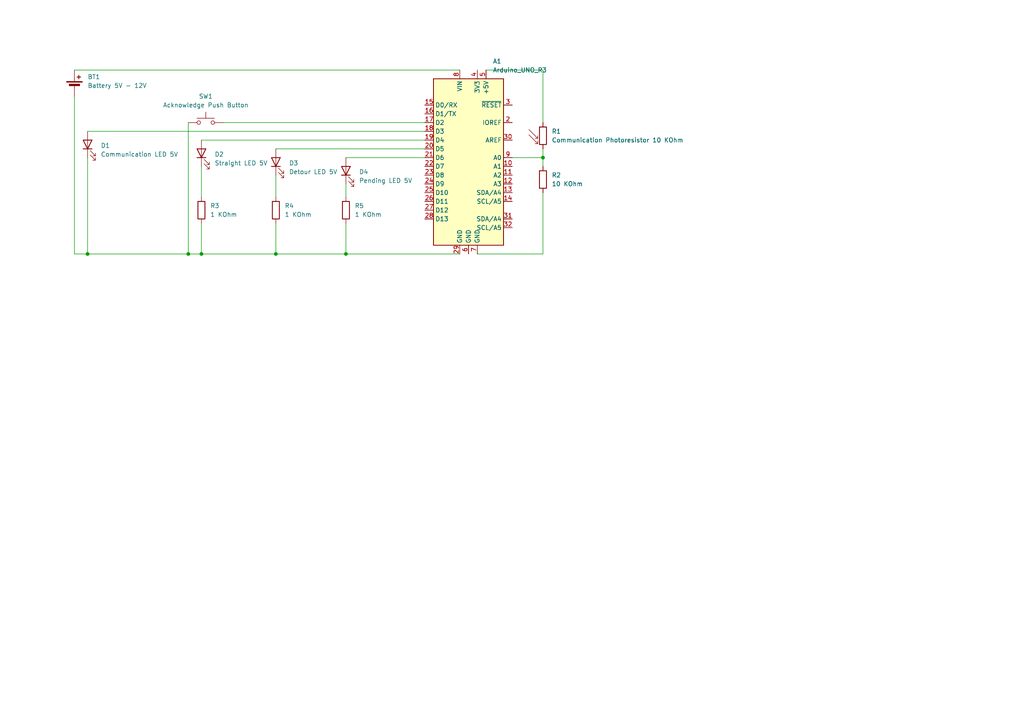
<source format=kicad_sch>
(kicad_sch (version 20230121) (generator eeschema)
  (paper "A4")
  (title_block (title "Model Train Switch Controller") (date "2023-08-04") (rev "v1"))
  (lib_symbols
    (symbol "Device:Battery_Cell" (pin_numbers hide) (pin_names (offset 0) hide)
      (property "Reference" "BT" (at 2.54 2.54 0))
      (property "Value" "Battery_Cell" (at 2.54 0 0))
      (symbol "Battery_Cell_0_1"
        (rectangle (start -2.286 1.778) (end 2.286 1.524) (fill (type outline)))
        (rectangle (start -1.524 1.016) (end 1.524 0.508) (fill (type outline)))
        (polyline (pts (xy 0 0.762) (xy 0 0)))
        (polyline (pts (xy 0 1.778) (xy 0 2.54)))
        (polyline (pts (xy 0.762 3.048) (xy 1.778 3.048)) (stroke (width 0.254)))
        (polyline (pts (xy 1.27 3.556) (xy 1.27 2.54)) (stroke (width 0.254)))
      )
      (symbol "Battery_Cell_1_1"
        (pin passive line (at 0 5.08 270) (length 2.54) (name "+") (number "1"))
        (pin passive line (at 0 -2.54 90) (length 2.54) (name "-") (number "2"))
      )
    )
    (symbol "Device:LED" (pin_numbers hide) (pin_names (offset 1.016) hide)
      (property "Reference" "D" (at 0 2.54 0))
      (property "Value" "LED" (at 0 -2.54 0))
      (symbol "LED_0_1"
        (polyline (pts (xy -1.27 -1.27) (xy -1.27 1.27)) (stroke (width 0.254)))
        (polyline (pts (xy -1.27 0) (xy 1.27 0)))
        (polyline (pts (xy 1.27 -1.27) (xy 1.27 1.27) (xy -1.27 0) (xy 1.27 -1.27)) (stroke (width 0.254)))
        (polyline (pts (xy -3.048 -0.762) (xy -4.572 -2.286) (xy -3.81 -2.286) (xy -4.572 -2.286) (xy -4.572 -1.524)))
        (polyline (pts (xy -1.778 -0.762) (xy -3.302 -2.286) (xy -2.54 -2.286) (xy -3.302 -2.286) (xy -3.302 -1.524)))
      )
      (symbol "LED_1_1"
        (pin passive line (at -3.81 0 0) (length 2.54) (name "K") (number "1"))
        (pin passive line (at 3.81 0 180) (length 2.54) (name "A") (number "2"))
      )
    )
    (symbol "Device:R" (pin_numbers hide) (pin_names (offset 0))
      (property "Reference" "R" (at 2.032 0 90))
      (property "Value" "R" (at 0 0 90))
      (symbol "R_0_1"
        (rectangle (start -1.016 -2.54) (end 1.016 2.54) (stroke (width 0.254)))
      )
      (symbol "R_1_1"
        (pin passive line (at 0 3.81 270) (length 1.27) (name "~") (number "1"))
        (pin passive line (at 0 -3.81 90) (length 1.27) (name "~") (number "2"))
      )
    )
    (symbol "Device:R_Photo" (pin_numbers hide) (pin_names (offset 0))
      (property "Reference" "R" (at 1.27 1.27 0))
      (property "Value" "R_Photo" (at 1.27 0 0))
      (symbol "R_Photo_0_1"
        (rectangle (start -1.016 2.54) (end 1.016 -2.54) (stroke (width 0.254)))
        (polyline (pts (xy -1.524 -2.286) (xy -4.064 0.254)))
        (polyline (pts (xy -1.524 -2.286) (xy -2.286 -2.286)))
        (polyline (pts (xy -1.524 -2.286) (xy -1.524 -1.524)))
        (polyline (pts (xy -1.524 -0.762) (xy -4.064 1.778)))
        (polyline (pts (xy -1.524 -0.762) (xy -2.286 -0.762)))
        (polyline (pts (xy -1.524 -0.762) (xy -1.524 0)))
      )
      (symbol "R_Photo_1_1"
        (pin passive line (at 0 3.81 270) (length 1.27) (name "~") (number "1"))
        (pin passive line (at 0 -3.81 90) (length 1.27) (name "~") (number "2"))
      )
    )
    (symbol "MCU_Module:Arduino_UNO_R3"
      (property "Reference" "A" (at -10.16 23.495 0))
      (property "Value" "Arduino_UNO_R3" (at 5.08 -26.67 0))
      (symbol "Arduino_UNO_R3_0_1"
        (rectangle (start -10.16 22.86) (end 10.16 -25.4) (stroke (width 0.254)) (fill (type background)))
      )
      (symbol "Arduino_UNO_R3_1_1"
        (pin no_connect line (at -10.16 -20.32 0) (length 2.54) hide (name "NC") (number "1"))
        (pin bidirectional line (at 12.7 -2.54 180) (length 2.54) (name "A1") (number "10"))
        (pin bidirectional line (at 12.7 -5.08 180) (length 2.54) (name "A2") (number "11"))
        (pin bidirectional line (at 12.7 -7.62 180) (length 2.54) (name "A3") (number "12"))
        (pin bidirectional line (at 12.7 -10.16 180) (length 2.54) (name "SDA/A4") (number "13"))
        (pin bidirectional line (at 12.7 -12.7 180) (length 2.54) (name "SCL/A5") (number "14"))
        (pin bidirectional line (at -12.7 15.24 0) (length 2.54) (name "D0/RX") (number "15"))
        (pin bidirectional line (at -12.7 12.7 0) (length 2.54) (name "D1/TX") (number "16"))
        (pin bidirectional line (at -12.7 10.16 0) (length 2.54) (name "D2") (number "17"))
        (pin bidirectional line (at -12.7 7.62 0) (length 2.54) (name "D3") (number "18"))
        (pin bidirectional line (at -12.7 5.08 0) (length 2.54) (name "D4") (number "19"))
        (pin output line (at 12.7 10.16 180) (length 2.54) (name "IOREF") (number "2"))
        (pin bidirectional line (at -12.7 2.54 0) (length 2.54) (name "D5") (number "20"))
        (pin bidirectional line (at -12.7 0 0) (length 2.54) (name "D6") (number "21"))
        (pin bidirectional line (at -12.7 -2.54 0) (length 2.54) (name "D7") (number "22"))
        (pin bidirectional line (at -12.7 -5.08 0) (length 2.54) (name "D8") (number "23"))
        (pin bidirectional line (at -12.7 -7.62 0) (length 2.54) (name "D9") (number "24"))
        (pin bidirectional line (at -12.7 -10.16 0) (length 2.54) (name "D10") (number "25"))
        (pin bidirectional line (at -12.7 -12.7 0) (length 2.54) (name "D11") (number "26"))
        (pin bidirectional line (at -12.7 -15.24 0) (length 2.54) (name "D12") (number "27"))
        (pin bidirectional line (at -12.7 -17.78 0) (length 2.54) (name "D13") (number "28"))
        (pin power_in line (at -2.54 -27.94 90) (length 2.54) (name "GND") (number "29"))
        (pin input line (at 12.7 15.24 180) (length 2.54) (name "~{RESET}") (number "3"))
        (pin input line (at 12.7 5.08 180) (length 2.54) (name "AREF") (number "30"))
        (pin bidirectional line (at 12.7 -17.78 180) (length 2.54) (name "SDA/A4") (number "31"))
        (pin bidirectional line (at 12.7 -20.32 180) (length 2.54) (name "SCL/A5") (number "32"))
        (pin power_out line (at 2.54 25.4 270) (length 2.54) (name "3V3") (number "4"))
        (pin power_out line (at 5.08 25.4 270) (length 2.54) (name "+5V") (number "5"))
        (pin power_in line (at 0 -27.94 90) (length 2.54) (name "GND") (number "6"))
        (pin power_in line (at 2.54 -27.94 90) (length 2.54) (name "GND") (number "7"))
        (pin power_in line (at -2.54 25.4 270) (length 2.54) (name "VIN") (number "8"))
        (pin bidirectional line (at 12.7 0 180) (length 2.54) (name "A0") (number "9"))
      )
    )
    (symbol "Switch:SW_Push" (pin_numbers hide) (pin_names (offset 1.016) hide)
      (property "Reference" "SW" (at 1.27 2.54 0))
      (property "Value" "SW_Push" (at 0 -1.524 0))
      (symbol "SW_Push_0_1"
        (circle (center -2.032 0) (radius 0.508))
        (polyline (pts (xy 0 1.27) (xy 0 3.048)))
        (polyline (pts (xy 2.54 1.27) (xy -2.54 1.27)))
        (circle (center 2.032 0) (radius 0.508))
        (pin passive line (at -5.08 0 0) (length 2.54) (name "1") (number "1"))
        (pin passive line (at 5.08 0 180) (length 2.54) (name "2") (number "2"))
      )
    )
  )
  (junction (at 100.33 73.66))
  (junction (at 58.42 73.66))
  (junction (at 80.01 73.66))
  (junction (at 25.4 73.66))
  (junction (at 54.61 73.66))
  (junction (at 157.48 45.72))
  (wire (pts (xy 148.59 45.72) (xy 157.48 45.72)))
  (wire (pts (xy 100.33 64.77) (xy 100.33 73.66)))
  (wire (pts (xy 100.33 53.34) (xy 100.33 57.15)))
  (wire (pts (xy 80.01 50.8) (xy 80.01 57.15)))
  (wire (pts (xy 100.33 73.66) (xy 133.35 73.66)))
  (wire (pts (xy 80.01 64.77) (xy 80.01 73.66)))
  (wire (pts (xy 21.59 27.94) (xy 21.59 73.66)))
  (wire (pts (xy 54.61 73.66) (xy 58.42 73.66)))
  (wire (pts (xy 25.4 73.66) (xy 54.61 73.66)))
  (wire (pts (xy 157.48 55.88) (xy 157.48 73.66)))
  (wire (pts (xy 21.59 20.32) (xy 133.35 20.32)))
  (wire (pts (xy 157.48 45.72) (xy 157.48 48.26)))
  (wire (pts (xy 80.01 73.66) (xy 100.33 73.66)))
  (wire (pts (xy 58.42 73.66) (xy 80.01 73.66)))
  (wire (pts (xy 64.77 35.56) (xy 123.19 35.56)))
  (wire (pts (xy 58.42 64.77) (xy 58.42 73.66)))
  (wire (pts (xy 25.4 38.1) (xy 123.19 38.1)))
  (wire (pts (xy 100.33 45.72) (xy 123.19 45.72)))
  (wire (pts (xy 157.48 73.66) (xy 138.43 73.66)))
  (wire (pts (xy 58.42 40.64) (xy 123.19 40.64)))
  (wire (pts (xy 157.48 43.18) (xy 157.48 45.72)))
  (wire (pts (xy 54.61 35.56) (xy 54.61 73.66)))
  (wire (pts (xy 58.42 48.26) (xy 58.42 57.15)))
  (wire (pts (xy 140.97 20.32) (xy 157.48 20.32)))
  (wire (pts (xy 25.4 45.72) (xy 25.4 73.66)))
  (wire (pts (xy 157.48 20.32) (xy 157.48 35.56)))
  (wire (pts (xy 21.59 73.66) (xy 25.4 73.66)))
  (wire (pts (xy 80.01 43.18) (xy 123.19 43.18)))
  (symbol (lib_id "Device:Battery_Cell") (at 21.59 25.4 0) (unit 1)
    (property "Reference" "BT1" (at 25.4 22.2885 0) (effects (justify left)))
    (property "Value" "Battery 5V - 12V" (at 25.4 24.8285 0) (effects (justify left)))
  )
  (symbol (lib_id "Device:LED") (at 80.01 46.99 90) (unit 1)
    (property "Reference" "D3" (at 83.82 47.3075 90) (effects (justify right)))
    (property "Value" "Detour LED 5V" (at 83.82 49.8475 90) (effects (justify right)))
  )
  (symbol (lib_id "MCU_Module:Arduino_UNO_R3") (at 135.89 45.72 0) (unit 1)
    (property "Reference" "A1" (at 142.9259 17.78 0) (effects (justify left)))
    (property "Value" "Arduino_UNO_R3" (at 142.9259 20.32 0) (effects (justify left)))
    (property "Footprint" "Module:Arduino_UNO_R3" (effects hide))
    (property "Datasheet" "https://www.arduino.cc/en/Main/arduinoBoardUno" (effects hide))
  )
  (symbol (lib_id "Device:LED") (at 58.42 44.45 90) (unit 1)
    (property "Reference" "D2" (at 62.23 44.7675 90) (effects (justify right)))
    (property "Value" "Straight LED 5V" (at 62.23 47.3075 90) (effects (justify right)))
  )
  (symbol (lib_id "Device:LED") (at 25.4 41.91 90) (unit 1)
    (property "Reference" "D1" (at 29.21 42.2275 90) (effects (justify right)))
    (property "Value" "Communication LED 5V" (at 29.21 44.7675 90) (effects (justify right)))
  )
  (symbol (lib_id "Device:R_Photo") (at 157.48 39.37 0) (unit 1)
    (property "Reference" "R1" (at 160.02 38.1 0) (effects (justify left)))
    (property "Value" "Communication Photoresistor 10 KOhm" (at 160.02 40.64 0) (effects (justify left)))
  )
  (symbol (lib_id "Device:R") (at 157.48 52.07 0) (unit 1)
    (property "Reference" "R2" (at 160.02 50.8 0) (effects (justify left)))
    (property "Value" "10 KOhm" (at 160.02 53.34 0) (effects (justify left)))
  )
  (symbol (lib_id "Device:R") (at 80.01 60.96 0) (unit 1)
    (property "Reference" "R4" (at 82.55 59.69 0) (effects (justify left)))
    (property "Value" "1 KOhm" (at 82.55 62.23 0) (effects (justify left)))
  )
  (symbol (lib_id "Device:LED") (at 100.33 49.53 90) (unit 1)
    (property "Reference" "D4" (at 104.14 49.8475 90) (effects (justify right)))
    (property "Value" "Pending LED 5V" (at 104.14 52.3875 90) (effects (justify right)))
  )
  (symbol (lib_id "Switch:SW_Push") (at 59.69 35.56 0) (unit 1)
    (property "Reference" "SW1" (at 59.69 27.94 0))
    (property "Value" "Acknowledge Push Button" (at 59.69 30.48 0))
  )
  (symbol (lib_id "Device:R") (at 100.33 60.96 0) (unit 1)
    (property "Reference" "R5" (at 102.87 59.69 0) (effects (justify left)))
    (property "Value" "1 KOhm" (at 102.87 62.23 0) (effects (justify left)))
  )
  (symbol (lib_id "Device:R") (at 58.42 60.96 0) (unit 1)
    (property "Reference" "R3" (at 60.96 59.69 0) (effects (justify left)))
    (property "Value" "1 KOhm" (at 60.96 62.23 0) (effects (justify left)))
  )
)
</source>
